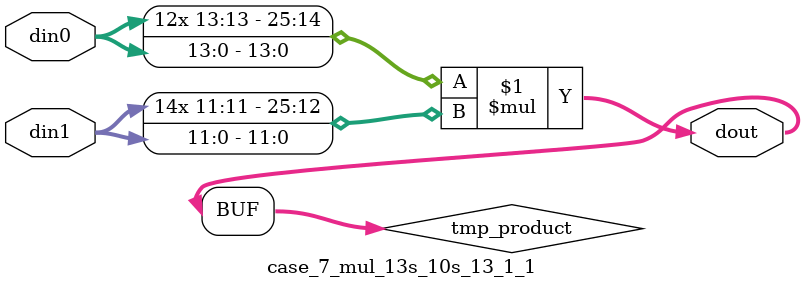
<source format=v>

`timescale 1 ns / 1 ps

 module case_7_mul_13s_10s_13_1_1(din0, din1, dout);
parameter ID = 1;
parameter NUM_STAGE = 0;
parameter din0_WIDTH = 14;
parameter din1_WIDTH = 12;
parameter dout_WIDTH = 26;

input [din0_WIDTH - 1 : 0] din0; 
input [din1_WIDTH - 1 : 0] din1; 
output [dout_WIDTH - 1 : 0] dout;

wire signed [dout_WIDTH - 1 : 0] tmp_product;



























assign tmp_product = $signed(din0) * $signed(din1);








assign dout = tmp_product;





















endmodule

</source>
